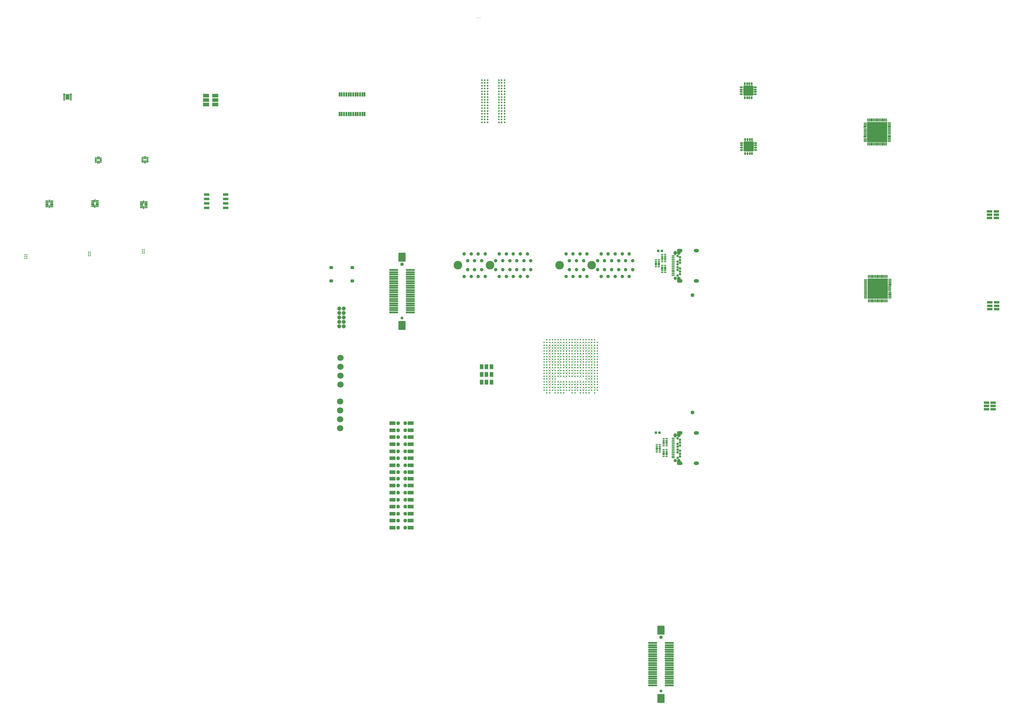
<source format=gts>
%FSLAX46Y46*%
%MOMM*%
%AMPS77*
4,1,4,
0.500000,0.550004,
0.500000,-0.549996,
0.000000,-0.549996,
0.000000,0.550004,
0.500000,0.550004,
0
*
1,1,1.100000,0.000000,0.000004*
1,1,1.100000,0.500000,0.000004*
4,1,4,
0.550000,-0.649996,
-0.550000,-0.649996,
-0.550000,0.000004,
0.550000,0.000004,
0.550000,-0.649996,
0
*
1,1,1.100000,0.000000,0.000004*
1,1,1.100000,0.000000,-0.649996*
%
%ADD77PS77*%
%AMPS49*
4,1,4,
0.500000,0.550004,
0.500000,-0.549996,
0.000000,-0.549996,
0.000000,0.550004,
0.500000,0.550004,
0
*
1,1,1.100000,0.000000,0.000004*
1,1,1.100000,0.500000,0.000004*
4,1,4,
0.550000,-0.649996,
-0.550000,-0.649996,
-0.550000,0.000004,
0.550000,0.000004,
0.550000,-0.649996,
0
*
1,1,1.100000,0.000000,0.000004*
1,1,1.100000,0.000000,-0.649996*
%
%ADD49PS49*%
%AMPS23*
1,1,0.350000,0.000000,0.000000*
%
%ADD23PS23*%
%AMPS82*
1,1,0.500000,0.000000,0.000000*
%
%ADD82PS82*%
%AMPS31*
1,1,0.450000,0.000000,0.000000*
%
%ADD31PS31*%
%AMPS91*
1,1,1.166800,0.000000,0.000000*
%
%ADD91PS91*%
%AMPS89*
1,1,1.166800,0.000000,0.000000*
%
%ADD89PS89*%
%AMPS80*
1,1,1.800000,0.000000,0.000000*
%
%ADD80PS80*%
%AMPS44*
1,1,0.700000,0.000000,0.000000*
%
%ADD44PS44*%
%AMPS48*
1,1,0.700000,0.000000,0.000000*
%
%ADD48PS48*%
%AMPS45*
1,1,0.700000,0.000000,0.000000*
%
%ADD45PS45*%
%AMPS79*
1,1,1.800000,0.000000,0.000000*
%
%ADD79PS79*%
%AMPS90*
1,1,1.166800,0.000000,0.000000*
%
%ADD90PS90*%
%AMPS65*
1,1,1.000000,0.000000,0.000000*
%
%ADD65PS65*%
%AMPS67*
1,1,1.000000,0.000000,0.000000*
%
%ADD67PS67*%
%AMPS69*
1,1,1.000000,0.000000,0.000000*
%
%ADD69PS69*%
%AMPS66*
1,1,1.000000,0.000000,0.000000*
%
%ADD66PS66*%
%AMPS76*
1,1,0.700000,0.000000,0.000000*
%
%ADD76PS76*%
%AMPS81*
1,1,1.800000,0.000000,0.000000*
%
%ADD81PS81*%
%AMPS63*
1,1,1.000000,0.000000,0.000000*
%
%ADD63PS63*%
%AMPS64*
1,1,1.000000,0.000000,0.000000*
%
%ADD64PS64*%
%AMPS93*
1,1,1.166800,0.000000,0.000000*
%
%ADD93PS93*%
%AMPS71*
1,1,1.000000,0.000000,0.000000*
%
%ADD71PS71*%
%AMPS72*
1,1,1.000000,0.000000,0.000000*
%
%ADD72PS72*%
%AMPS52*
1,1,0.700000,0.000000,0.000000*
%
%ADD52PS52*%
%AMPS94*
1,1,1.000000,0.000000,0.000000*
%
%ADD94PS94*%
%AMPS73*
1,1,1.000000,0.000000,0.000000*
%
%ADD73PS73*%
%AMPS68*
1,1,1.000000,0.000000,0.000000*
%
%ADD68PS68*%
%AMPS70*
1,1,1.000000,0.000000,0.000000*
%
%ADD70PS70*%
%AMPS46*
1,1,0.700000,0.000000,0.000000*
%
%ADD46PS46*%
%AMPS92*
1,1,1.166800,0.000000,0.000000*
%
%ADD92PS92*%
%AMPS61*
21,1,0.990000,1.750000,0.000000,0.000000,90.000000*
%
%ADD61PS61*%
%AMPS60*
21,1,0.990000,1.750000,0.000000,0.000000,270.000000*
%
%ADD60PS60*%
%AMPS86*
21,1,0.550000,1.150000,0.000000,0.000000,0.000000*
%
%ADD86PS86*%
%AMPS87*
21,1,0.550000,1.150000,0.000000,0.000000,180.000000*
%
%ADD87PS87*%
%AMPS88*
21,1,0.700000,0.600000,0.000000,0.000000,0.000000*
%
%ADD88PS88*%
%AMPS58*
21,1,0.700000,0.600000,0.000000,0.000000,180.000000*
%
%ADD58PS58*%
%AMPS10*
21,1,0.750000,1.550000,0.000000,0.000000,90.000000*
%
%ADD10PS10*%
%AMPS11*
21,1,0.750000,1.550000,0.000000,0.000000,270.000000*
%
%ADD11PS11*%
%AMPS13*
21,1,0.790000,0.420000,0.000000,0.000000,0.000000*
%
%ADD13PS13*%
%AMPS41*
21,1,0.790000,0.420000,0.000000,0.000000,180.000000*
%
%ADD41PS41*%
%AMPS55*
21,1,0.990000,1.700000,0.000000,0.000000,90.000000*
%
%ADD55PS55*%
%AMPS54*
21,1,0.990000,1.700000,0.000000,0.000000,270.000000*
%
%ADD54PS54*%
%AMPS57*
21,1,0.320000,0.800000,0.000000,0.000000,0.000000*
%
%ADD57PS57*%
%AMPS84*
21,1,0.700000,1.600000,0.000000,0.000000,90.000000*
%
%ADD84PS84*%
%AMPS83*
21,1,0.700000,1.600000,0.000000,0.000000,270.000000*
%
%ADD83PS83*%
%AMPS56*
21,1,0.320000,0.550000,0.000000,0.000000,270.000000*
%
%ADD56PS56*%
%AMPS25*
21,1,0.800000,0.320000,0.000000,0.000000,180.000000*
%
%ADD25PS25*%
%AMPS24*
21,1,0.800000,0.320000,0.000000,0.000000,270.000000*
%
%ADD24PS24*%
%AMPS14*
21,1,0.790000,0.320000,0.000000,0.000000,0.000000*
%
%ADD14PS14*%
%AMPS16*
21,1,0.790000,0.320000,0.000000,0.000000,90.000000*
%
%ADD16PS16*%
%AMPS17*
21,1,0.790000,0.320000,0.000000,0.000000,180.000000*
%
%ADD17PS17*%
%AMPS15*
21,1,0.790000,0.320000,0.000000,0.000000,270.000000*
%
%ADD15PS15*%
%AMPS42*
21,1,0.420000,0.800000,0.000000,0.000000,90.000000*
%
%ADD42PS42*%
%AMPS100*
1,1,0.300000,0.000000,0.000000*
%
%ADD100PS100*%
%AMPS98*
1,1,0.300000,0.000000,0.000000*
%
%ADD98PS98*%
%AMPS96*
1,1,0.300000,0.000000,0.000000*
%
%ADD96PS96*%
%AMPS95*
1,1,0.300000,0.000000,0.000000*
%
%ADD95PS95*%
%AMPS99*
1,1,0.300000,0.000000,0.000000*
%
%ADD99PS99*%
%AMPS97*
1,1,0.300000,0.000000,0.000000*
%
%ADD97PS97*%
%AMPS53*
21,1,0.500000,1.000000,0.000000,0.000000,180.000000*
1,1,1.000000,-0.250000,0.000000*
1,1,1.000000,0.250000,0.000000*
%
%ADD53PS53*%
%AMPS78*
21,1,0.500000,1.000000,0.000000,0.000000,180.000000*
1,1,1.000000,-0.250000,0.000000*
1,1,1.000000,0.250000,0.000000*
%
%ADD78PS78*%
%AMPS74*
21,1,0.500000,1.000000,0.000000,0.000000,180.000000*
1,1,1.000000,-0.250000,0.000000*
1,1,1.000000,0.250000,0.000000*
%
%ADD74PS74*%
%AMPS43*
21,1,0.500000,1.000000,0.000000,0.000000,180.000000*
1,1,1.000000,-0.250000,0.000000*
1,1,1.000000,0.250000,0.000000*
%
%ADD43PS43*%
%AMPS32*
21,1,1.300000,1.000000,0.000000,0.000000,270.000000*
%
%ADD32PS32*%
%AMPS28*
21,1,5.700000,5.700000,0.000000,0.000000,0.000000*
%
%ADD28PS28*%
%AMPS12*
1,1,1.116000,0.000000,0.000000*
%
%ADD12PS12*%
%AMPS38*
1,1,0.800000,0.000000,0.000000*
%
%ADD38PS38*%
%AMPS59*
1,1,1.100000,0.000000,0.000000*
%
%ADD59PS59*%
%AMPS40*
1,1,1.000000,0.000000,0.000000*
%
%ADD40PS40*%
%AMPS62*
1,1,2.450000,0.000000,0.000000*
%
%ADD62PS62*%
%AMPS50*
1,1,0.950000,0.000000,0.000000*
%
%ADD50PS50*%
%AMPS51*
21,1,0.300000,0.950000,0.000000,0.000000,90.000000*
1,1,0.950000,0.000000,0.150000*
1,1,0.950000,0.000000,-0.150000*
%
%ADD51PS51*%
%AMPS33*
1,1,0.200000,-0.200000,0.050000*
1,1,0.200000,0.200000,-0.050000*
1,1,0.200000,0.200000,0.050000*
1,1,0.200000,-0.200000,-0.050000*
21,1,0.600000,0.100000,0.000000,0.000000,0.000000*
21,1,0.400000,0.300000,0.000000,0.000000,0.000000*
%
%ADD33PS33*%
%AMPS34*
1,1,0.200000,0.200000,-0.050000*
1,1,0.200000,-0.200000,0.050000*
1,1,0.200000,-0.200000,-0.050000*
1,1,0.200000,0.200000,0.050000*
21,1,0.600000,0.100000,0.000000,0.000000,180.000000*
21,1,0.400000,0.300000,0.000000,0.000000,180.000000*
%
%ADD34PS34*%
%AMPS39*
1,1,0.300000,0.900000,1.150000*
1,1,0.300000,-0.900000,-1.150000*
1,1,0.300000,0.900000,-1.150000*
1,1,0.300000,-0.900000,1.150000*
21,1,2.600000,1.800000,0.000000,0.000000,270.000000*
21,1,2.300000,2.100000,0.000000,0.000000,270.000000*
%
%ADD39PS39*%
%AMPS22*
1,1,0.200000,-1.300000,1.300000*
1,1,0.200000,1.300000,-1.300000*
1,1,0.200000,1.300000,1.300000*
1,1,0.200000,-1.300000,-1.300000*
21,1,2.800000,2.600000,0.000000,0.000000,0.000000*
21,1,2.600000,2.800000,0.000000,0.000000,0.000000*
%
%ADD22PS22*%
%AMPS29*
1,1,0.200000,0.232500,-0.050000*
1,1,0.200000,-0.232500,0.050000*
1,1,0.200000,-0.232500,-0.050000*
1,1,0.200000,0.232500,0.050000*
21,1,0.665000,0.100000,0.000000,0.000000,180.000000*
21,1,0.465000,0.300000,0.000000,0.000000,180.000000*
%
%ADD29PS29*%
%AMPS35*
1,1,0.200000,0.400000,-0.700000*
1,1,0.200000,-0.400000,0.700000*
1,1,0.200000,-0.400000,-0.700000*
1,1,0.200000,0.400000,0.700000*
21,1,1.000000,1.400000,0.000000,0.000000,180.000000*
21,1,0.800000,1.600000,0.000000,0.000000,180.000000*
%
%ADD35PS35*%
%AMPS85*
1,1,0.300000,-0.400000,0.275000*
1,1,0.300000,0.400000,-0.275000*
1,1,0.300000,0.400000,0.275000*
1,1,0.300000,-0.400000,-0.275000*
21,1,1.100000,0.550000,0.000000,0.000000,0.000000*
21,1,0.800000,0.850000,0.000000,0.000000,0.000000*
%
%ADD85PS85*%
%AMPS30*
1,1,0.200000,0.232500,-0.150000*
1,1,0.200000,-0.232500,0.150000*
1,1,0.200000,-0.232500,-0.150000*
1,1,0.200000,0.232500,0.150000*
21,1,0.665000,0.300000,0.000000,0.000000,180.000000*
21,1,0.465000,0.500000,0.000000,0.000000,180.000000*
%
%ADD30PS30*%
%AMPS36*
1,1,0.300000,-1.150000,-0.075000*
1,1,0.300000,1.150000,0.075000*
1,1,0.300000,-1.150000,0.075000*
1,1,0.300000,1.150000,-0.075000*
21,1,0.450000,2.300000,0.000000,0.000000,90.000000*
21,1,0.150000,2.600000,0.000000,0.000000,90.000000*
%
%ADD36PS36*%
%AMPS37*
1,1,0.300000,1.150000,0.075000*
1,1,0.300000,-1.150000,-0.075000*
1,1,0.300000,1.150000,-0.075000*
1,1,0.300000,-1.150000,0.075000*
21,1,0.450000,2.300000,0.000000,0.000000,270.000000*
21,1,0.150000,2.600000,0.000000,0.000000,270.000000*
%
%ADD37PS37*%
%AMPS20*
1,1,0.450000,0.000000,0.225000*
1,1,0.450000,0.000000,-0.225000*
1,1,0.450000,0.000000,0.225000*
1,1,0.450000,0.000000,-0.225000*
21,1,0.450000,0.450000,0.000000,0.000000,0.000000*
21,1,0.000000,0.900000,0.000000,0.000000,0.000000*
%
%ADD20PS20*%
%AMPS18*
1,1,0.450000,-0.225000,0.000000*
1,1,0.450000,0.225000,0.000000*
1,1,0.450000,-0.225000,0.000000*
1,1,0.450000,0.225000,0.000000*
21,1,0.450000,0.450000,0.000000,0.000000,90.000000*
21,1,0.000000,0.900000,0.000000,0.000000,90.000000*
%
%ADD18PS18*%
%AMPS21*
1,1,0.450000,0.000000,-0.225000*
1,1,0.450000,0.000000,0.225000*
1,1,0.450000,0.000000,-0.225000*
1,1,0.450000,0.000000,0.225000*
21,1,0.450000,0.450000,0.000000,0.000000,180.000000*
21,1,0.000000,0.900000,0.000000,0.000000,180.000000*
%
%ADD21PS21*%
%AMPS19*
1,1,0.450000,0.225000,0.000000*
1,1,0.450000,-0.225000,0.000000*
1,1,0.450000,0.225000,0.000000*
1,1,0.450000,-0.225000,0.000000*
21,1,0.450000,0.450000,0.000000,0.000000,270.000000*
21,1,0.000000,0.900000,0.000000,0.000000,270.000000*
%
%ADD19PS19*%
%AMPS47*
4,1,4,
0.500000,0.550000,
0.500000,-0.550000,
0.000000,-0.550000,
0.000000,0.550000,
0.500000,0.550000,
0
*
1,1,1.100000,0.000000,0.000000*
1,1,1.100000,0.500000,0.000000*
4,1,4,
0.550000,0.000000,
-0.550000,0.000000,
-0.550000,0.650000,
0.550000,0.650000,
0.550000,0.000000,
0
*
1,1,1.100000,0.000000,0.650000*
1,1,1.100000,0.000000,0.000000*
%
%ADD47PS47*%
%AMPS75*
4,1,4,
0.500000,0.550000,
0.500000,-0.550000,
0.000000,-0.550000,
0.000000,0.550000,
0.500000,0.550000,
0
*
1,1,1.100000,0.000000,0.000000*
1,1,1.100000,0.500000,0.000000*
4,1,4,
0.550000,0.000000,
-0.550000,0.000000,
-0.550000,0.650000,
0.550000,0.650000,
0.550000,0.000000,
0
*
1,1,1.100000,0.000000,0.650000*
1,1,1.100000,0.000000,0.000000*
%
%ADD75PS75*%
%AMPS27*
4,1,4,
-0.050000,-0.040000,
-0.050000,0.260000,
0.750000,0.260000,
0.750000,-0.040000,
-0.050000,-0.040000,
0
*
4,1,4,
-0.050000,0.360000,
-0.050000,0.660000,
0.750000,0.660000,
0.750000,0.360000,
-0.050000,0.360000,
0
*
%
%ADD27PS27*%
%AMPS26*
4,1,4,
0.050000,-0.760000,
0.050000,-1.060000,
-0.750000,-1.060000,
-0.750000,-0.760000,
0.050000,-0.760000,
0
*
4,1,4,
0.050000,0.040000,
0.050000,-0.260000,
-0.750000,-0.260000,
-0.750000,0.040000,
0.050000,0.040000,
0
*
4,1,4,
0.050000,-0.360000,
0.050000,-0.660000,
-0.750000,-0.660000,
-0.750000,-0.360000,
0.050000,-0.360000,
0
*
%
%ADD26PS26*%
G01*
G01*
%LPD*%
G75*
D10*
X128140000Y-14840000D03*
D11*
X128140000Y-12940000D03*
D11*
X126240000Y-14840000D03*
D11*
X126240000Y-12940000D03*
D11*
X126240000Y-13890000D03*
D10*
X128140000Y-13890000D03*
D12*
X42532000Y-15741100D03*
D12*
X42532000Y17741100D03*
D13*
X-139955000Y42915000D03*
D14*
X-139955000Y43715000D03*
D15*
X-140610000Y42910000D03*
D16*
X-140610000Y44520000D03*
D17*
X-141265000Y43715000D03*
D17*
X-141265000Y44115000D03*
D17*
X-141265000Y44515000D03*
D17*
X-141265000Y42915000D03*
D14*
X-139955000Y43315000D03*
D17*
X-141265000Y43315000D03*
D14*
X-139955000Y44515000D03*
D14*
X-139955000Y44115000D03*
D18*
X56500000Y60425000D03*
D19*
X60500000Y59775000D03*
D18*
X56500000Y59775000D03*
D20*
X58825000Y62100000D03*
D20*
X57525000Y62100000D03*
D19*
X60500000Y61075000D03*
D18*
X56500000Y61075000D03*
D21*
X58175000Y58100000D03*
D20*
X58175000Y62100000D03*
D22*
X58500000Y60100000D03*
D19*
X60500000Y59125000D03*
D20*
X59475000Y62100000D03*
D18*
X56500000Y59125000D03*
D21*
X59475000Y58100000D03*
D21*
X58825000Y58100000D03*
D21*
X57525000Y58100000D03*
D19*
X60500000Y60425000D03*
D23*
X-129400000Y29500000D03*
D23*
X-129400000Y30000000D03*
D23*
X-128900000Y29000000D03*
D23*
X-128900000Y29500000D03*
D23*
X-129400000Y29000000D03*
D23*
X-128900000Y30000000D03*
D24*
X94500000Y60760000D03*
D24*
X93700000Y67640000D03*
D24*
X93700000Y60760000D03*
D25*
X98540000Y62800000D03*
D26*
X92010000Y62510000D03*
D24*
X95300000Y60760000D03*
D25*
X98540000Y65200000D03*
D24*
X95700000Y67640000D03*
D25*
X98540000Y66400000D03*
D24*
X97300000Y67640000D03*
D24*
X94100000Y67640000D03*
D24*
X95300000Y67640000D03*
D24*
X92900000Y67640000D03*
D24*
X92900000Y60760000D03*
D25*
X98540000Y63200000D03*
D27*
X98190000Y64290000D03*
D27*
X98190000Y63490000D03*
D24*
X94900000Y60760000D03*
D24*
X96100000Y67640000D03*
D24*
X95700000Y60760000D03*
D24*
X97700000Y60760000D03*
D24*
X92500000Y67640000D03*
D24*
X96500000Y60760000D03*
D25*
X98540000Y66800000D03*
D24*
X96900000Y67640000D03*
D24*
X96900000Y60760000D03*
D24*
X96500000Y67640000D03*
D25*
X98540000Y62000000D03*
D25*
X98540000Y66000000D03*
D24*
X94900000Y67640000D03*
D25*
X98540000Y65600000D03*
D26*
X92010000Y64110000D03*
D24*
X97700000Y67640000D03*
D24*
X94100000Y60760000D03*
D24*
X97300000Y60760000D03*
D25*
X98540000Y62400000D03*
D24*
X94500000Y67640000D03*
D24*
X92500000Y60760000D03*
D28*
X95100000Y64200000D03*
D24*
X93300000Y60760000D03*
D26*
X92010000Y65310000D03*
D25*
X98540000Y61600000D03*
D25*
X91660000Y65600000D03*
D26*
X92010000Y66910000D03*
D25*
X91660000Y62800000D03*
D24*
X93300000Y67640000D03*
D24*
X96100000Y60760000D03*
D29*
X34282500Y-28300000D03*
D29*
X35117500Y-26300000D03*
D29*
X35117500Y-27800000D03*
D30*
X34282500Y-27300000D03*
D29*
X34282500Y-26300000D03*
D29*
X35117500Y-26800000D03*
D29*
X34282500Y-26800000D03*
D29*
X35117500Y-28300000D03*
D30*
X35117500Y-27300000D03*
D29*
X34282500Y-27800000D03*
D31*
X240000Y-4590000D03*
D31*
X2640000Y1010000D03*
D31*
X14640000Y-7790000D03*
D31*
X11440000Y-8590000D03*
D31*
X1840000Y-6990000D03*
D31*
X13840000Y-2990000D03*
D31*
X9840000Y-2990000D03*
D31*
X11440000Y-2190000D03*
D31*
X9840000Y4210000D03*
D31*
X5840000Y-2190000D03*
D31*
X6640000Y-4590000D03*
D31*
X5040000Y-5390000D03*
D31*
X8240000Y-2990000D03*
D31*
X13840000Y1010000D03*
D31*
X5040000Y-6990000D03*
D31*
X4240000Y-2990000D03*
D31*
X5040000Y-7790000D03*
D31*
X15440000Y-7790000D03*
D31*
X4240000Y-2190000D03*
D31*
X12240000Y-10190000D03*
D31*
X240000Y-6990000D03*
D31*
X7440000Y-9390000D03*
D31*
X4240000Y2610000D03*
D31*
X240000Y-9390000D03*
D31*
X13840000Y-6990000D03*
D31*
X15440000Y3410000D03*
D31*
X10640000Y-6990000D03*
D31*
X240000Y1810000D03*
D31*
X14640000Y2610000D03*
D31*
X3440000Y-8590000D03*
D31*
X1840000Y-3790000D03*
D31*
X1040000Y1010000D03*
D31*
X14640000Y1810000D03*
D31*
X1040000Y4210000D03*
D31*
X8240000Y-590000D03*
D31*
X3440000Y1810000D03*
D31*
X3440000Y-6990000D03*
D31*
X9040000Y-7790000D03*
D31*
X4240000Y-7790000D03*
D31*
X7440000Y-4590000D03*
D31*
X14640000Y5010000D03*
D31*
X3440000Y-590000D03*
D31*
X14640000Y-590000D03*
D31*
X11440000Y-1390000D03*
D31*
X1040000Y-10190000D03*
D31*
X9840000Y1010000D03*
D31*
X10640000Y-10190000D03*
D31*
X2640000Y-4590000D03*
D31*
X1840000Y210000D03*
D31*
X9840000Y5010000D03*
D31*
X11440000Y1010000D03*
D31*
X5040000Y3410000D03*
D31*
X7440000Y-590000D03*
D31*
X13040000Y-2990000D03*
D31*
X4240000Y-6990000D03*
D31*
X2640000Y-9390000D03*
D31*
X15440000Y210000D03*
D31*
X10640000Y-9390000D03*
D31*
X15440000Y1810000D03*
D31*
X5040000Y-4590000D03*
D31*
X9840000Y-6990000D03*
D31*
X2640000Y5010000D03*
D31*
X5040000Y-8590000D03*
D31*
X11440000Y-7790000D03*
D31*
X6640000Y1810000D03*
D31*
X240000Y-3790000D03*
D31*
X11440000Y-2990000D03*
D31*
X6640000Y-9390000D03*
D31*
X9040000Y-2190000D03*
D31*
X6640000Y-6990000D03*
D31*
X1840000Y2610000D03*
D31*
X240000Y-590000D03*
D31*
X7440000Y-6990000D03*
D31*
X10640000Y-7790000D03*
D31*
X8240000Y1810000D03*
D31*
X9040000Y-4590000D03*
D31*
X5840000Y-1390000D03*
D31*
X5840000Y-6990000D03*
D31*
X14640000Y-1390000D03*
D31*
X11440000Y4210000D03*
D31*
X9040000Y-5390000D03*
D31*
X1840000Y-5390000D03*
D31*
X12240000Y-8590000D03*
D31*
X15440000Y-6990000D03*
D31*
X6640000Y-3790000D03*
D31*
X2640000Y-5390000D03*
D31*
X14640000Y-2990000D03*
D31*
X240000Y-2990000D03*
D31*
X5840000Y4210000D03*
D31*
X13040000Y210000D03*
D31*
X11440000Y-9390000D03*
D31*
X9040000Y-2990000D03*
D31*
X10640000Y5010000D03*
D31*
X8240000Y-2190000D03*
D31*
X11440000Y2610000D03*
D31*
X15440000Y-6190000D03*
D31*
X10640000Y210000D03*
D31*
X7440000Y-3790000D03*
D31*
X8240000Y-5390000D03*
D31*
X14640000Y1010000D03*
D31*
X9040000Y1810000D03*
D31*
X3440000Y-4590000D03*
D31*
X2640000Y3410000D03*
D31*
X7440000Y210000D03*
D31*
X12240000Y1010000D03*
D31*
X7440000Y-1390000D03*
D31*
X5040000Y1010000D03*
D31*
X1040000Y-1390000D03*
D31*
X3440000Y4210000D03*
D31*
X9840000Y210000D03*
D31*
X1040000Y5010000D03*
D31*
X240000Y-8590000D03*
D31*
X5840000Y1010000D03*
D31*
X4240000Y4210000D03*
D31*
X240000Y210000D03*
D31*
X13840000Y-7790000D03*
D31*
X8240000Y-4590000D03*
D31*
X13040000Y-3790000D03*
D31*
X14640000Y-9390000D03*
D31*
X9040000Y-3790000D03*
D31*
X9840000Y-2190000D03*
D31*
X2640000Y210000D03*
D31*
X14640000Y-6990000D03*
D31*
X6640000Y4210000D03*
D31*
X4240000Y-5390000D03*
D31*
X4240000Y-9390000D03*
D31*
X5040000Y1810000D03*
D31*
X1840000Y-2990000D03*
D31*
X240000Y-5390000D03*
D31*
X13840000Y-3790000D03*
D31*
X5040000Y-1390000D03*
D31*
X240000Y2610000D03*
D31*
X10640000Y2610000D03*
D31*
X6640000Y-590000D03*
D31*
X13040000Y-8590000D03*
D31*
X12240000Y3410000D03*
D31*
X8240000Y-1390000D03*
D31*
X15440000Y-590000D03*
D31*
X8240000Y3410000D03*
D31*
X4240000Y1810000D03*
D31*
X13040000Y1810000D03*
D31*
X13840000Y1810000D03*
D31*
X6640000Y1010000D03*
D31*
X13840000Y-590000D03*
D31*
X1840000Y4210000D03*
D31*
X3440000Y-2990000D03*
D31*
X15440000Y4210000D03*
D31*
X11440000Y-590000D03*
D31*
X13840000Y-8590000D03*
D31*
X1040000Y-4590000D03*
D31*
X5040000Y-2990000D03*
D31*
X240000Y4210000D03*
D31*
X8240000Y1010000D03*
D31*
X7440000Y-2990000D03*
D31*
X13840000Y3410000D03*
D31*
X1040000Y-590000D03*
D31*
X12240000Y4210000D03*
D31*
X9840000Y-4590000D03*
D31*
X6640000Y210000D03*
D31*
X13840000Y-5390000D03*
D31*
X8240000Y-10190000D03*
D31*
X11440000Y-10190000D03*
D31*
X4240000Y5010000D03*
D31*
X14640000Y4210000D03*
D31*
X5840000Y1810000D03*
D31*
X6640000Y-2990000D03*
D31*
X1040000Y-6990000D03*
D31*
X240000Y-1390000D03*
D31*
X2640000Y-2990000D03*
D31*
X7440000Y5010000D03*
D31*
X5840000Y210000D03*
D31*
X1840000Y-8590000D03*
D31*
X7440000Y3410000D03*
D31*
X3440000Y5010000D03*
D31*
X5840000Y-2990000D03*
D31*
X14640000Y210000D03*
D31*
X8240000Y4210000D03*
D31*
X14640000Y-3790000D03*
D31*
X1840000Y-1390000D03*
D31*
X240000Y-6190000D03*
D31*
X6640000Y5010000D03*
D31*
X10640000Y-1390000D03*
D31*
X5840000Y2610000D03*
D31*
X10640000Y1810000D03*
D31*
X14640000Y-10190000D03*
D31*
X14640000Y3410000D03*
D31*
X240000Y-7790000D03*
D31*
X4240000Y-10190000D03*
D31*
X1040000Y-7790000D03*
D31*
X9040000Y-1390000D03*
D31*
X6640000Y2610000D03*
D31*
X9040000Y-6990000D03*
D31*
X12240000Y-3790000D03*
D31*
X9840000Y3410000D03*
D31*
X12240000Y-5390000D03*
D31*
X9040000Y3410000D03*
D31*
X12240000Y-7790000D03*
D31*
X13840000Y2610000D03*
D31*
X9840000Y-5390000D03*
D31*
X12240000Y-590000D03*
D31*
X9040000Y5010000D03*
D31*
X9040000Y-9390000D03*
D31*
X5040000Y5010000D03*
D31*
X3440000Y-7790000D03*
D31*
X10640000Y-2190000D03*
D31*
X3440000Y-9390000D03*
D31*
X1040000Y-2990000D03*
D31*
X2640000Y1810000D03*
D31*
X13040000Y-6990000D03*
D31*
X12240000Y1810000D03*
D31*
X15440000Y-5390000D03*
D31*
X1840000Y1010000D03*
D31*
X13040000Y-7790000D03*
D31*
X12240000Y-6190000D03*
D31*
X5040000Y210000D03*
D31*
X1840000Y3410000D03*
D31*
X2640000Y-590000D03*
D31*
X1040000Y-9390000D03*
D31*
X9840000Y-1390000D03*
D31*
X2640000Y-3790000D03*
D31*
X9040000Y4210000D03*
D31*
X5840000Y-8590000D03*
D31*
X13040000Y-9390000D03*
D31*
X6640000Y-7790000D03*
D31*
X10640000Y3410000D03*
D31*
X15440000Y-3790000D03*
D31*
X6640000Y-2190000D03*
D31*
X7440000Y-2190000D03*
D31*
X8240000Y2610000D03*
D31*
X5040000Y4210000D03*
D31*
X4240000Y-4590000D03*
D31*
X1840000Y1810000D03*
D31*
X9840000Y-590000D03*
D31*
X5040000Y-3790000D03*
D31*
X13040000Y-4590000D03*
D31*
X1040000Y1810000D03*
D31*
X13040000Y5010000D03*
D31*
X10640000Y1010000D03*
D31*
X13040000Y-590000D03*
D31*
X5840000Y-590000D03*
D31*
X10640000Y4210000D03*
D31*
X3440000Y210000D03*
D31*
X5840000Y5010000D03*
D31*
X13040000Y-10190000D03*
D31*
X1840000Y-7790000D03*
D31*
X10640000Y-590000D03*
D31*
X9840000Y-9390000D03*
D31*
X1040000Y3410000D03*
D31*
X1840000Y-4590000D03*
D31*
X2640000Y-6190000D03*
D31*
X13040000Y1010000D03*
D31*
X10640000Y-2990000D03*
D31*
X13840000Y-6190000D03*
D31*
X7440000Y1010000D03*
D31*
X1040000Y-6190000D03*
D31*
X5840000Y-5390000D03*
D31*
X13840000Y-9390000D03*
D31*
X8240000Y-7790000D03*
D31*
X15440000Y-1390000D03*
D31*
X13040000Y2610000D03*
D31*
X14640000Y-5390000D03*
D31*
X2640000Y-7790000D03*
D31*
X11440000Y210000D03*
D31*
X11440000Y-6990000D03*
D31*
X3440000Y-10190000D03*
D31*
X3440000Y-1390000D03*
D31*
X8240000Y-9390000D03*
D31*
X13040000Y-1390000D03*
D31*
X11440000Y1810000D03*
D31*
X13040000Y-2190000D03*
D31*
X4240000Y210000D03*
D31*
X14640000Y-6190000D03*
D31*
X2640000Y2610000D03*
D31*
X9040000Y1010000D03*
D31*
X1840000Y-590000D03*
D31*
X1840000Y5010000D03*
D31*
X7440000Y4210000D03*
D31*
X6640000Y-5390000D03*
D31*
X12240000Y-2190000D03*
D31*
X6640000Y-1390000D03*
D31*
X13040000Y4210000D03*
D31*
X5040000Y-10190000D03*
D31*
X9040000Y210000D03*
D31*
X7440000Y-8590000D03*
D31*
X2640000Y-1390000D03*
D31*
X1040000Y210000D03*
D31*
X11440000Y-5390000D03*
D31*
X4240000Y-590000D03*
D31*
X6640000Y3410000D03*
D31*
X3440000Y-5390000D03*
D31*
X5040000Y-590000D03*
D31*
X9040000Y-10190000D03*
D31*
X5840000Y-7790000D03*
D31*
X3440000Y-6190000D03*
D31*
X9840000Y1810000D03*
D31*
X1040000Y-2190000D03*
D31*
X15440000Y-2990000D03*
D31*
X1040000Y2610000D03*
D31*
X240000Y-2190000D03*
D31*
X15440000Y-8590000D03*
D31*
X1040000Y-5390000D03*
D31*
X1840000Y-2190000D03*
D31*
X3440000Y-3790000D03*
D31*
X15440000Y2610000D03*
D31*
X4240000Y-3790000D03*
D31*
X7440000Y1810000D03*
D31*
X12240000Y-9390000D03*
D31*
X13840000Y-4590000D03*
D31*
X9840000Y2610000D03*
D31*
X12240000Y5010000D03*
D31*
X4240000Y-8590000D03*
D31*
X1040000Y-8590000D03*
D31*
X12240000Y-2990000D03*
D31*
X15440000Y1010000D03*
D31*
X12240000Y2610000D03*
D31*
X8240000Y210000D03*
D31*
X7440000Y-7790000D03*
D31*
X3440000Y-2190000D03*
D31*
X11440000Y-3790000D03*
D31*
X12240000Y-6990000D03*
D31*
X5840000Y-10190000D03*
D31*
X13840000Y4210000D03*
D31*
X14640000Y-4590000D03*
D31*
X15440000Y-4590000D03*
D31*
X240000Y3410000D03*
D31*
X10640000Y-4590000D03*
D31*
X14640000Y-2190000D03*
D31*
X11440000Y5010000D03*
D31*
X4240000Y-1390000D03*
D31*
X9040000Y-8590000D03*
D31*
X1840000Y-6190000D03*
D31*
X5040000Y2610000D03*
D31*
X9840000Y-7790000D03*
D31*
X5840000Y-3790000D03*
D31*
X9840000Y-3790000D03*
D31*
X7440000Y2610000D03*
D31*
X13040000Y-6190000D03*
D31*
X2640000Y-6990000D03*
D31*
X2640000Y4210000D03*
D31*
X10640000Y-8590000D03*
D31*
X8240000Y-6990000D03*
D31*
X5040000Y-9390000D03*
D31*
X1840000Y-9390000D03*
D31*
X240000Y1010000D03*
D31*
X5840000Y-9390000D03*
D31*
X8240000Y5010000D03*
D31*
X5840000Y-4590000D03*
D31*
X6640000Y-8590000D03*
D31*
X12240000Y-4590000D03*
D31*
X4240000Y1010000D03*
D31*
X4240000Y3410000D03*
D31*
X12240000Y210000D03*
D31*
X13840000Y5010000D03*
D31*
X9040000Y-590000D03*
D31*
X1040000Y-3790000D03*
D31*
X13840000Y210000D03*
D31*
X3440000Y2610000D03*
D31*
X12240000Y-1390000D03*
D31*
X9840000Y-8590000D03*
D31*
X8240000Y-3790000D03*
D31*
X15440000Y-2190000D03*
D31*
X13840000Y-2190000D03*
D31*
X11440000Y3410000D03*
D31*
X5840000Y3410000D03*
D31*
X10640000Y-5390000D03*
D31*
X5040000Y-2190000D03*
D31*
X2640000Y-8590000D03*
D31*
X2640000Y-2190000D03*
D31*
X11440000Y-4590000D03*
D31*
X13040000Y3410000D03*
D31*
X8240000Y-8590000D03*
D31*
X7440000Y-5390000D03*
D31*
X13040000Y-5390000D03*
D31*
X1840000Y-10190000D03*
D31*
X10640000Y-3790000D03*
D31*
X14640000Y-8590000D03*
D31*
X3440000Y3410000D03*
D31*
X15440000Y-9390000D03*
D31*
X13840000Y-1390000D03*
D31*
X9040000Y2610000D03*
D31*
X3440000Y1010000D03*
D32*
X-14750000Y-2675000D03*
D32*
X-14750000Y-7075000D03*
D32*
X-14750000Y-4875000D03*
D10*
X129100000Y13740000D03*
D11*
X129100000Y15640000D03*
D11*
X127200000Y13740000D03*
D11*
X127200000Y15640000D03*
D11*
X127200000Y14690000D03*
D10*
X129100000Y14690000D03*
D33*
X-136390000Y74650000D03*
D34*
X-134490000Y73850000D03*
D33*
X-136390000Y75050000D03*
D35*
X-135440000Y74250000D03*
D34*
X-134490000Y73450000D03*
D34*
X-134490000Y74250000D03*
D33*
X-136390000Y73850000D03*
D33*
X-136390000Y74250000D03*
D34*
X-134490000Y74650000D03*
D34*
X-134490000Y75050000D03*
D33*
X-136390000Y73450000D03*
D18*
X56400000Y76325000D03*
D19*
X60400000Y75675000D03*
D18*
X56400000Y75675000D03*
D20*
X58725000Y78000000D03*
D20*
X57425000Y78000000D03*
D19*
X60400000Y76975000D03*
D18*
X56400000Y76975000D03*
D21*
X58075000Y74000000D03*
D20*
X58075000Y78000000D03*
D22*
X58400000Y76000000D03*
D19*
X60400000Y75025000D03*
D20*
X59375000Y78000000D03*
D18*
X56400000Y75025000D03*
D21*
X59375000Y74000000D03*
D21*
X58725000Y74000000D03*
D21*
X57425000Y74000000D03*
D19*
X60400000Y76325000D03*
D36*
X35889997Y-86547513D03*
D37*
X31189997Y-81467513D03*
D38*
X33540000Y-95185000D03*
D37*
X31189997Y-92262513D03*
D36*
X35889997Y-83372513D03*
D37*
X31189997Y-90992513D03*
D39*
X33540000Y-77765000D03*
D37*
X31189997Y-89087513D03*
D36*
X35889997Y-92262513D03*
D36*
X35889997Y-87817513D03*
D37*
X31189997Y-84007513D03*
D37*
X31189997Y-85277513D03*
D37*
X31189997Y-87182513D03*
D37*
X31189997Y-93532513D03*
D40*
X33540000Y-79815000D03*
D36*
X35889997Y-81467513D03*
D37*
X31189997Y-84642513D03*
D37*
X31189997Y-90357513D03*
D37*
X31189997Y-89722513D03*
D37*
X31189997Y-92897513D03*
D36*
X35889997Y-82102513D03*
D36*
X35889997Y-90992513D03*
D36*
X35889997Y-90357513D03*
D36*
X35889997Y-93532513D03*
D36*
X35889997Y-91627513D03*
D36*
X35889997Y-89722513D03*
D36*
X35889997Y-88452513D03*
D37*
X31189997Y-82102513D03*
D37*
X31189997Y-87817513D03*
D36*
X35889997Y-85277513D03*
D37*
X31189997Y-88452513D03*
D36*
X35889997Y-84007513D03*
D37*
X31189997Y-85912513D03*
D36*
X35889997Y-92897513D03*
D37*
X31189997Y-91627513D03*
D39*
X33540000Y-97235000D03*
D36*
X35889997Y-85912513D03*
D36*
X35889997Y-84642513D03*
D36*
X35889997Y-87182513D03*
D37*
X31189997Y-83372513D03*
D36*
X35889997Y-89087513D03*
D37*
X31189997Y-82737513D03*
D37*
X31189997Y-86547513D03*
D36*
X35889997Y-82737513D03*
D41*
X-114400000Y44300000D03*
D17*
X-114400000Y43500000D03*
D16*
X-113745000Y44305000D03*
D15*
X-113745000Y42695000D03*
D14*
X-113090000Y43500000D03*
D14*
X-113090000Y43100000D03*
D14*
X-113090000Y42700000D03*
D14*
X-113090000Y44300000D03*
D17*
X-114400000Y43900000D03*
D14*
X-113090000Y43900000D03*
D17*
X-114400000Y42700000D03*
D17*
X-114400000Y43100000D03*
D23*
X-114110000Y30260000D03*
D23*
X-114110000Y30760000D03*
D23*
X-113610000Y29760000D03*
D23*
X-113610000Y30260000D03*
D23*
X-114110000Y29760000D03*
D23*
X-113610000Y30760000D03*
D42*
X36990000Y-26650002D03*
D43*
X43650000Y-21570000D03*
D42*
X36990000Y-24650002D03*
D44*
X38300000Y-26300000D03*
D45*
X39000000Y-26700000D03*
D46*
X39000000Y-28300000D03*
D47*
X38650000Y-30230000D03*
D42*
X36990000Y-27150002D03*
D48*
X39000000Y-25100000D03*
D48*
X38300000Y-25500000D03*
D49*
X38650000Y-21570000D03*
D42*
X36990000Y-25150002D03*
D42*
X36990000Y-23150002D03*
D50*
X37650000Y-29500000D03*
D46*
X38300000Y-27100000D03*
D51*
X37650000Y-22300000D03*
D48*
X39000000Y-23500000D03*
D44*
X38300000Y-24700000D03*
D48*
X39000000Y-27500000D03*
D42*
X36990000Y-28150002D03*
D46*
X39000000Y-24300000D03*
D42*
X36990000Y-28650002D03*
D52*
X38300000Y-23100000D03*
D42*
X36990000Y-27650002D03*
D42*
X36990000Y-24150002D03*
D42*
X36990000Y-26150002D03*
D42*
X36990000Y-23650002D03*
D42*
X36990000Y-25650002D03*
D44*
X38300000Y-28700000D03*
D53*
X43650000Y-30230000D03*
D29*
X33882500Y27300000D03*
D29*
X34717500Y29300000D03*
D29*
X34717500Y27800000D03*
D30*
X33882500Y28300000D03*
D29*
X33882500Y29300000D03*
D29*
X34717500Y28800000D03*
D29*
X33882500Y28800000D03*
D29*
X34717500Y27300000D03*
D30*
X34717500Y28300000D03*
D29*
X33882500Y27800000D03*
D54*
X-96000000Y73300000D03*
D55*
X-93400000Y72030000D03*
D55*
X-93400000Y73300000D03*
D54*
X-96000000Y74570000D03*
D54*
X-96000000Y72030000D03*
D55*
X-93400000Y74570000D03*
D32*
X-16150000Y-2675000D03*
D32*
X-16150000Y-7075000D03*
D32*
X-16150000Y-4875000D03*
D56*
X-112695000Y56090000D03*
D56*
X-114145000Y55690000D03*
D56*
X-112695000Y56490000D03*
D56*
X-112695000Y56890000D03*
D57*
X-113620000Y56890000D03*
D56*
X-114145000Y56490000D03*
D56*
X-114145000Y56090000D03*
D56*
X-114145000Y56890000D03*
D57*
X-113220000Y56890000D03*
D57*
X-113220000Y55690000D03*
D57*
X-113620000Y55690000D03*
D56*
X-112695000Y55690000D03*
D58*
X32100000Y-21500000D03*
D58*
X33100000Y-21500000D03*
D59*
X-41300000Y-40600000D03*
D60*
X-42874995Y-36599999D03*
D61*
X-37724995Y-46599999D03*
D59*
X-39300000Y-38600000D03*
D61*
X-37724995Y-38599999D03*
D59*
X-39300000Y-40600000D03*
D61*
X-37724995Y-40599999D03*
D59*
X-41300000Y-38600000D03*
D60*
X-42874995Y-44599999D03*
D59*
X-39300000Y-44600000D03*
D59*
X-41300000Y-36600000D03*
D59*
X-39300000Y-36600000D03*
D59*
X-39300000Y-34600000D03*
D59*
X-39300000Y-48600000D03*
D61*
X-37724995Y-42599999D03*
D60*
X-42874995Y-46599999D03*
D59*
X-41300000Y-46600000D03*
D59*
X-41300000Y-34600000D03*
D59*
X-39300000Y-42600000D03*
D59*
X-41300000Y-48600000D03*
D61*
X-37724995Y-34599999D03*
D61*
X-37724995Y-48599999D03*
D61*
X-37724995Y-36599999D03*
D59*
X-41300000Y-42600000D03*
D60*
X-42874995Y-38599999D03*
D60*
X-42874995Y-34599999D03*
D60*
X-42874995Y-40599999D03*
D59*
X-39300000Y-46600000D03*
D59*
X-41300000Y-44600000D03*
D60*
X-42874995Y-48599999D03*
D61*
X-37724995Y-44599999D03*
D60*
X-42874995Y-42599999D03*
D24*
X94660000Y16120000D03*
D24*
X93860000Y23000000D03*
D24*
X93860000Y16120000D03*
D25*
X98700000Y18160000D03*
D26*
X92170000Y17870000D03*
D24*
X95460000Y16120000D03*
D25*
X98700000Y20560000D03*
D24*
X95860000Y23000000D03*
D25*
X98700000Y21760000D03*
D24*
X97460000Y23000000D03*
D24*
X94260000Y23000000D03*
D24*
X95460000Y23000000D03*
D24*
X93060000Y23000000D03*
D24*
X93060000Y16120000D03*
D25*
X98700000Y18560000D03*
D27*
X98350000Y19650000D03*
D27*
X98350000Y18850000D03*
D24*
X95060000Y16120000D03*
D24*
X96260000Y23000000D03*
D24*
X95860000Y16120000D03*
D24*
X97860000Y16120000D03*
D24*
X92660000Y23000000D03*
D24*
X96660000Y16120000D03*
D25*
X98700000Y22160000D03*
D24*
X97060000Y23000000D03*
D24*
X97060000Y16120000D03*
D24*
X96660000Y23000000D03*
D25*
X98700000Y17360000D03*
D25*
X98700000Y21360000D03*
D24*
X95060000Y23000000D03*
D25*
X98700000Y20960000D03*
D26*
X92170000Y19470000D03*
D24*
X97860000Y23000000D03*
D24*
X94260000Y16120000D03*
D24*
X97460000Y16120000D03*
D25*
X98700000Y17760000D03*
D24*
X94660000Y23000000D03*
D24*
X92660000Y16120000D03*
D28*
X95260000Y19560000D03*
D24*
X93460000Y16120000D03*
D26*
X92170000Y20670000D03*
D25*
X98700000Y16960000D03*
D25*
X91820000Y20960000D03*
D26*
X92170000Y22270000D03*
D25*
X91820000Y18160000D03*
D24*
X93460000Y23000000D03*
D24*
X96260000Y16120000D03*
D62*
X-24300000Y26250000D03*
D63*
X-9500000Y27500000D03*
D64*
X-5500000Y25000000D03*
D62*
X-15150000Y26250000D03*
D65*
X-16500000Y29500000D03*
D66*
X-10500000Y23000000D03*
D64*
X-22500000Y23000000D03*
D66*
X-18500000Y23000000D03*
D67*
X-19500000Y25000000D03*
D66*
X-17500000Y25000000D03*
D66*
X-6500000Y23000000D03*
D64*
X-7500000Y25000000D03*
D68*
X-20500000Y29500000D03*
D69*
X-3500000Y27500000D03*
D63*
X-7500000Y27500000D03*
D70*
X-13500000Y25000000D03*
D70*
X-3500000Y25000000D03*
D71*
X-4500000Y29500000D03*
D68*
X-18500000Y29500000D03*
D64*
X-16500000Y23000000D03*
D68*
X-6500000Y29500000D03*
D71*
X-10500000Y29500000D03*
D63*
X-22500000Y29500000D03*
D63*
X-13500000Y27500000D03*
D64*
X-20500000Y23000000D03*
D63*
X-12500000Y29500000D03*
D65*
X-11500000Y27500000D03*
D63*
X-17500000Y27500000D03*
D63*
X-19500000Y27500000D03*
D72*
X-21500000Y25000000D03*
D69*
X-21500000Y27500000D03*
D63*
X-5500000Y27500000D03*
D73*
X-12500000Y23000000D03*
D70*
X-4500000Y23000000D03*
D69*
X-8500000Y29500000D03*
D72*
X-8500000Y23000000D03*
D64*
X-11500000Y25000000D03*
D70*
X-9500000Y25000000D03*
D42*
X36990000Y25349998D03*
D74*
X43650000Y30430000D03*
D42*
X36990000Y27349998D03*
D45*
X38300000Y25700000D03*
D52*
X39000000Y25300000D03*
D45*
X39000000Y23700000D03*
D75*
X38650000Y21770000D03*
D42*
X36990000Y24849998D03*
D44*
X39000000Y26900000D03*
D76*
X38300000Y26500000D03*
D77*
X38650000Y30430000D03*
D42*
X36990000Y26849998D03*
D42*
X36990000Y28849998D03*
D50*
X37650000Y22500000D03*
D45*
X38300000Y24900000D03*
D51*
X37650000Y29700000D03*
D46*
X39000000Y28500000D03*
D48*
X38300000Y27300000D03*
D76*
X39000000Y24500000D03*
D42*
X36990000Y23849998D03*
D44*
X39000000Y27700000D03*
D42*
X36990000Y23349998D03*
D44*
X38300000Y28900000D03*
D42*
X36990000Y24349998D03*
D42*
X36990000Y27849998D03*
D42*
X36990000Y25849998D03*
D42*
X36990000Y28349998D03*
D42*
X36990000Y26349998D03*
D48*
X38300000Y23300000D03*
D78*
X43650000Y21770000D03*
D79*
X-57750000Y-7810000D03*
D80*
X-57750000Y-190000D03*
D81*
X-57750000Y-2730000D03*
D79*
X-57750000Y-5270000D03*
D82*
X-12620000Y75010000D03*
D82*
X-11820000Y68610000D03*
D82*
X-11020000Y78210000D03*
D82*
X-11020000Y70210000D03*
D82*
X-15820000Y79010000D03*
D82*
X-11020000Y69410000D03*
D82*
X-16620000Y67010000D03*
D82*
X-11020000Y67010000D03*
D82*
X-17420000Y71010000D03*
D82*
X-15820000Y67010000D03*
D82*
X-16620000Y73410000D03*
D82*
X-11820000Y75010000D03*
D82*
X-11020000Y73410000D03*
D82*
X-11820000Y78210000D03*
D82*
X-12620000Y69410000D03*
D82*
X-16620000Y79010000D03*
D82*
X-12620000Y75810000D03*
D82*
X-17420000Y70210000D03*
D82*
X-12620000Y72610000D03*
D82*
X-12620000Y74210000D03*
D82*
X-12620000Y73410000D03*
D82*
X-15820000Y71810000D03*
D82*
X-16620000Y76610000D03*
D82*
X-15820000Y75010000D03*
D82*
X-16620000Y74210000D03*
D82*
X-16620000Y75810000D03*
D82*
X-16620000Y67810000D03*
D82*
X-11020000Y68610000D03*
D82*
X-12620000Y70210000D03*
D82*
X-11020000Y67810000D03*
D82*
X-11820000Y71810000D03*
D82*
X-15820000Y76610000D03*
D82*
X-16620000Y71010000D03*
D82*
X-11020000Y71810000D03*
D82*
X-11020000Y75810000D03*
D82*
X-11820000Y75810000D03*
D82*
X-15820000Y75810000D03*
D82*
X-11820000Y76610000D03*
D82*
X-11820000Y67010000D03*
D82*
X-16620000Y78210000D03*
D82*
X-12620000Y77410000D03*
D82*
X-11820000Y69410000D03*
D82*
X-11820000Y71010000D03*
D82*
X-11020000Y75010000D03*
D82*
X-16620000Y68610000D03*
D82*
X-17420000Y67010000D03*
D82*
X-12620000Y76610000D03*
D82*
X-17420000Y78210000D03*
D82*
X-11820000Y67810000D03*
D82*
X-12620000Y78210000D03*
D82*
X-17420000Y67810000D03*
D82*
X-11020000Y77410000D03*
D82*
X-12620000Y79010000D03*
D82*
X-11020000Y76610000D03*
D82*
X-11820000Y72610000D03*
D82*
X-11820000Y74210000D03*
D82*
X-11020000Y71010000D03*
D82*
X-17420000Y69410000D03*
D82*
X-15820000Y72610000D03*
D82*
X-15820000Y71010000D03*
D82*
X-11820000Y70210000D03*
D82*
X-16620000Y75010000D03*
D82*
X-15820000Y77410000D03*
D82*
X-16620000Y69410000D03*
D82*
X-16620000Y77410000D03*
D82*
X-15820000Y69410000D03*
D82*
X-11020000Y79010000D03*
D82*
X-11820000Y73410000D03*
D82*
X-15820000Y74210000D03*
D82*
X-17420000Y73410000D03*
D82*
X-17420000Y77410000D03*
D82*
X-12620000Y67810000D03*
D82*
X-12620000Y68610000D03*
D82*
X-15820000Y67810000D03*
D82*
X-15820000Y78210000D03*
D82*
X-17420000Y75010000D03*
D82*
X-17420000Y71810000D03*
D82*
X-11820000Y77410000D03*
D82*
X-17420000Y68610000D03*
D82*
X-11020000Y74210000D03*
D82*
X-15820000Y68610000D03*
D82*
X-17420000Y75810000D03*
D82*
X-17420000Y74210000D03*
D82*
X-11820000Y79010000D03*
D82*
X-12620000Y71010000D03*
D82*
X-12620000Y71810000D03*
D82*
X-17420000Y76610000D03*
D82*
X-16620000Y70210000D03*
D82*
X-17420000Y79010000D03*
D82*
X-16620000Y71810000D03*
D82*
X-15820000Y70210000D03*
D82*
X-15820000Y73410000D03*
D82*
X-17420000Y72610000D03*
D82*
X-12620000Y67010000D03*
D82*
X-11020000Y72610000D03*
D82*
X-16620000Y72610000D03*
D79*
X-57840000Y-20260000D03*
D79*
X-57840000Y-12640000D03*
D79*
X-57840000Y-15180000D03*
D80*
X-57840000Y-17720000D03*
D83*
X-95820000Y45175000D03*
D83*
X-95820000Y42635000D03*
D84*
X-90420000Y45175000D03*
D83*
X-95820000Y46445000D03*
D83*
X-95820000Y43905000D03*
D84*
X-90420000Y42635000D03*
D84*
X-90420000Y43905000D03*
D84*
X-90420000Y46445000D03*
D85*
X-60320000Y21805000D03*
D85*
X-54320000Y25555000D03*
D85*
X-54320000Y21805000D03*
D85*
X-60320000Y25555000D03*
D86*
X-57345000Y69355000D03*
D86*
X-57995000Y69355000D03*
D87*
X-55395000Y74905000D03*
D86*
X-53445000Y69355000D03*
D87*
X-56695000Y74905000D03*
D86*
X-55395000Y69355000D03*
D87*
X-50845000Y74905000D03*
D86*
X-54095000Y69355000D03*
D87*
X-51495000Y74905000D03*
D87*
X-57995000Y74905000D03*
D86*
X-56695000Y69355000D03*
D87*
X-57345000Y74905000D03*
D87*
X-53445000Y74905000D03*
D86*
X-54745000Y69355000D03*
D87*
X-52795000Y74905000D03*
D86*
X-52795000Y69355000D03*
D87*
X-52145000Y74905000D03*
D87*
X-54745000Y74905000D03*
D86*
X-51495000Y69355000D03*
D86*
X-52145000Y69355000D03*
D86*
X-56045000Y69355000D03*
D86*
X-50845000Y69355000D03*
D87*
X-54095000Y74905000D03*
D87*
X-56045000Y74905000D03*
D29*
X34282500Y-25200000D03*
D29*
X35117500Y-23200000D03*
D29*
X35117500Y-24700000D03*
D30*
X34282500Y-24200000D03*
D29*
X34282500Y-23200000D03*
D29*
X35117500Y-23700000D03*
D29*
X34282500Y-23700000D03*
D29*
X35117500Y-25200000D03*
D30*
X35117500Y-24200000D03*
D29*
X34282500Y-24700000D03*
D88*
X33800000Y30300000D03*
D88*
X32800000Y30300000D03*
D29*
X33882500Y24200000D03*
D29*
X34717500Y26200000D03*
D29*
X34717500Y24700000D03*
D30*
X33882500Y25200000D03*
D29*
X33882500Y26200000D03*
D29*
X34717500Y25700000D03*
D29*
X33882500Y25700000D03*
D29*
X34717500Y24200000D03*
D30*
X34717500Y25200000D03*
D29*
X33882500Y24700000D03*
D29*
X32082500Y25800000D03*
D29*
X32917500Y27800000D03*
D29*
X32917500Y26300000D03*
D30*
X32082500Y26800000D03*
D29*
X32082500Y27800000D03*
D29*
X32917500Y27300000D03*
D29*
X32082500Y27300000D03*
D29*
X32917500Y25800000D03*
D30*
X32917500Y26800000D03*
D29*
X32082500Y26300000D03*
D36*
X-37870003Y19792487D03*
D37*
X-42570003Y24872487D03*
D38*
X-40220000Y11155000D03*
D37*
X-42570003Y14077487D03*
D36*
X-37870003Y22967487D03*
D37*
X-42570003Y15347487D03*
D39*
X-40220000Y28575000D03*
D37*
X-42570003Y17252487D03*
D36*
X-37870003Y14077487D03*
D36*
X-37870003Y18522487D03*
D37*
X-42570003Y22332487D03*
D37*
X-42570003Y21062487D03*
D37*
X-42570003Y19157487D03*
D37*
X-42570003Y12807487D03*
D40*
X-40220000Y26525000D03*
D36*
X-37870003Y24872487D03*
D37*
X-42570003Y21697487D03*
D37*
X-42570003Y15982487D03*
D37*
X-42570003Y16617487D03*
D37*
X-42570003Y13442487D03*
D36*
X-37870003Y24237487D03*
D36*
X-37870003Y15347487D03*
D36*
X-37870003Y15982487D03*
D36*
X-37870003Y12807487D03*
D36*
X-37870003Y14712487D03*
D36*
X-37870003Y16617487D03*
D36*
X-37870003Y17887487D03*
D37*
X-42570003Y24237487D03*
D37*
X-42570003Y18522487D03*
D36*
X-37870003Y21062487D03*
D37*
X-42570003Y17887487D03*
D36*
X-37870003Y22332487D03*
D37*
X-42570003Y20427487D03*
D36*
X-37870003Y13442487D03*
D37*
X-42570003Y14712487D03*
D39*
X-40220000Y9105000D03*
D36*
X-37870003Y20427487D03*
D36*
X-37870003Y21697487D03*
D36*
X-37870003Y19157487D03*
D37*
X-42570003Y22967487D03*
D36*
X-37870003Y17252487D03*
D37*
X-42570003Y23602487D03*
D37*
X-42570003Y19792487D03*
D36*
X-37870003Y23602487D03*
D56*
X-125975000Y56025000D03*
D56*
X-127425000Y55625000D03*
D56*
X-125975000Y56425000D03*
D56*
X-125975000Y56825000D03*
D57*
X-126900000Y56825000D03*
D56*
X-127425000Y56425000D03*
D56*
X-127425000Y56025000D03*
D56*
X-127425000Y56825000D03*
D57*
X-126500000Y56825000D03*
D57*
X-126500000Y55625000D03*
D57*
X-126900000Y55625000D03*
D56*
X-125975000Y55625000D03*
D32*
X-17550000Y-2675000D03*
D32*
X-17550000Y-7075000D03*
D32*
X-17550000Y-4875000D03*
D10*
X129030000Y39710000D03*
D11*
X129030000Y41610000D03*
D11*
X127130000Y39710000D03*
D11*
X127130000Y41610000D03*
D11*
X127130000Y40660000D03*
D10*
X129030000Y40660000D03*
D29*
X32382500Y-27000000D03*
D29*
X33217500Y-25000000D03*
D29*
X33217500Y-26500000D03*
D30*
X32382500Y-26000000D03*
D29*
X32382500Y-25000000D03*
D29*
X33217500Y-25500000D03*
D29*
X32382500Y-25500000D03*
D29*
X33217500Y-27000000D03*
D30*
X33217500Y-26000000D03*
D29*
X32382500Y-26500000D03*
D59*
X-41300000Y-24800000D03*
D60*
X-42874995Y-20799999D03*
D61*
X-37724995Y-30799999D03*
D59*
X-39300000Y-22800000D03*
D61*
X-37724995Y-22799999D03*
D59*
X-39300000Y-24800000D03*
D61*
X-37724995Y-24799999D03*
D59*
X-41300000Y-22800000D03*
D60*
X-42874995Y-28799999D03*
D59*
X-39300000Y-28800000D03*
D59*
X-41300000Y-20800000D03*
D59*
X-39300000Y-20800000D03*
D59*
X-39300000Y-18800000D03*
D59*
X-39300000Y-32800000D03*
D61*
X-37724995Y-26799999D03*
D60*
X-42874995Y-30799999D03*
D59*
X-41300000Y-30800000D03*
D59*
X-41300000Y-18800000D03*
D59*
X-39300000Y-26800000D03*
D59*
X-41300000Y-32800000D03*
D61*
X-37724995Y-18799999D03*
D61*
X-37724995Y-32799999D03*
D61*
X-37724995Y-20799999D03*
D59*
X-41300000Y-26800000D03*
D60*
X-42874995Y-22799999D03*
D60*
X-42874995Y-18799999D03*
D60*
X-42874995Y-24799999D03*
D59*
X-39300000Y-30800000D03*
D59*
X-41300000Y-28800000D03*
D60*
X-42874995Y-32799999D03*
D61*
X-37724995Y-28799999D03*
D60*
X-42874995Y-26799999D03*
D89*
X-56835000Y13860000D03*
D90*
X-56835000Y12590000D03*
D91*
X-56835000Y8780000D03*
D92*
X-58105000Y13860000D03*
D93*
X-58105000Y11320000D03*
D93*
X-58105000Y10050000D03*
D93*
X-56835000Y10050000D03*
D93*
X-56835000Y11320000D03*
D89*
X-58105000Y8780000D03*
D93*
X-58105000Y12590000D03*
D62*
X4700000Y26250000D03*
D63*
X19500000Y27500000D03*
D70*
X23500000Y25000000D03*
D62*
X13850000Y26250000D03*
D94*
X12500000Y29500000D03*
D66*
X18500000Y23000000D03*
D70*
X6500000Y23000000D03*
D73*
X10500000Y23000000D03*
D67*
X9500000Y25000000D03*
D66*
X11500000Y25000000D03*
D64*
X22500000Y23000000D03*
D66*
X21500000Y25000000D03*
D63*
X8500000Y29500000D03*
D63*
X25500000Y27500000D03*
D63*
X21500000Y27500000D03*
D64*
X15500000Y25000000D03*
D66*
X25500000Y25000000D03*
D65*
X24500000Y29500000D03*
D68*
X10500000Y29500000D03*
D70*
X12500000Y23000000D03*
D68*
X22500000Y29500000D03*
D63*
X18500000Y29500000D03*
D63*
X6500000Y29500000D03*
D68*
X15500000Y27500000D03*
D70*
X8500000Y23000000D03*
D71*
X16500000Y29500000D03*
D71*
X17500000Y27500000D03*
D94*
X11500000Y27500000D03*
D63*
X9500000Y27500000D03*
D73*
X7500000Y25000000D03*
D65*
X7500000Y27500000D03*
D71*
X23500000Y27500000D03*
D72*
X16500000Y23000000D03*
D66*
X24500000Y23000000D03*
D69*
X20500000Y29500000D03*
D72*
X20500000Y23000000D03*
D72*
X17500000Y25000000D03*
D64*
X19500000Y25000000D03*
D41*
X-128275000Y44620000D03*
D17*
X-128275000Y43820000D03*
D16*
X-127620000Y44625000D03*
D15*
X-127620000Y43015000D03*
D14*
X-126965000Y43820000D03*
D14*
X-126965000Y43420000D03*
D14*
X-126965000Y43020000D03*
D14*
X-126965000Y44620000D03*
D17*
X-128275000Y44220000D03*
D14*
X-126965000Y44220000D03*
D17*
X-128275000Y43020000D03*
D17*
X-128275000Y43420000D03*
D23*
X-147550000Y28700000D03*
D23*
X-147550000Y29200000D03*
D23*
X-147050000Y28200000D03*
D23*
X-147050000Y28700000D03*
D23*
X-147550000Y28200000D03*
D23*
X-147050000Y29200000D03*
D95*
X10240000Y610000D03*
D96*
X11040000Y2210000D03*
D96*
X10240000Y3010000D03*
D96*
X4640000Y-8990000D03*
D96*
X1440000Y-6590000D03*
D96*
X11840000Y2210000D03*
D96*
X1440000Y-4190000D03*
D97*
X-18800000Y96800000D03*
D96*
X2240000Y3810000D03*
D96*
X3040000Y-990000D03*
D98*
X11040000Y-3390000D03*
D95*
X3040000Y2210000D03*
D95*
X2240000Y1410000D03*
D95*
X5440000Y-7390000D03*
D96*
X2240000Y2210000D03*
D95*
X12640000Y3810000D03*
D95*
X7040000Y-7390000D03*
D96*
X2240000Y-8190000D03*
D99*
X10240000Y-5790000D03*
D97*
X13440000Y3810000D03*
D98*
X11040000Y-990000D03*
D95*
X5440000Y3810000D03*
D97*
X11040000Y610000D03*
D98*
X9440000Y-7390000D03*
D98*
X13440000Y1410000D03*
D96*
X7840000Y-7390000D03*
D96*
X2240000Y-5790000D03*
D95*
X8640000Y2210000D03*
D96*
X3840000Y2210000D03*
D97*
X3040000Y-190000D03*
D100*
X2240000Y-990000D03*
D96*
X12640000Y-190000D03*
D97*
X2240000Y-6590000D03*
D95*
X12640000Y-4990000D03*
D96*
X4640000Y-4990000D03*
D95*
X1440000Y610000D03*
D96*
X6240000Y3010000D03*
D98*
X7040000Y-990000D03*
D97*
X11840000Y3010000D03*
D96*
X14240000Y610000D03*
D96*
X2240000Y-190000D03*
D95*
X1440000Y-7390000D03*
D96*
X11040000Y-1790000D03*
D95*
X13440000Y-8190000D03*
D95*
X4640000Y-1790000D03*
D96*
X13440000Y-990000D03*
D100*
X3040000Y-3390000D03*
D95*
X9440000Y-8990000D03*
D98*
X11040000Y3810000D03*
D96*
X8640000Y-990000D03*
D96*
X5440000Y610000D03*
D96*
X1440000Y-990000D03*
D96*
X6240000Y2210000D03*
D95*
X10240000Y2210000D03*
D97*
X14240000Y-1790000D03*
D96*
X12640000Y610000D03*
D98*
X13440000Y3010000D03*
D96*
X15040000Y-8990000D03*
D95*
X13440000Y610000D03*
D96*
X14240000Y2210000D03*
D100*
X14240000Y-4990000D03*
D95*
X1440000Y-190000D03*
D96*
X7040000Y-4190000D03*
D95*
X11040000Y-8190000D03*
D98*
X7040000Y-1790000D03*
D98*
X14240000Y-4190000D03*
D96*
X4640000Y-4190000D03*
D100*
X2240000Y610000D03*
D96*
X8640000Y-4190000D03*
D95*
X1440000Y-8190000D03*
D99*
X14240000Y3010000D03*
D98*
X8640000Y-4990000D03*
D97*
X1440000Y2210000D03*
D96*
X9440000Y2210000D03*
D95*
X13440000Y-4990000D03*
D95*
X4640000Y3810000D03*
D97*
X13440000Y-6590000D03*
D95*
X4640000Y-3390000D03*
D95*
X3040000Y3010000D03*
D95*
X14240000Y-7390000D03*
D95*
X14240000Y-990000D03*
D96*
X-18000000Y96800000D03*
D100*
X3040000Y3810000D03*
D96*
X14240000Y-190000D03*
D96*
X4640000Y3010000D03*
D99*
X11040000Y3010000D03*
D95*
X14240000Y-8190000D03*
D96*
X9440000Y3010000D03*
D96*
X12640000Y-990000D03*
D95*
X2240000Y-4190000D03*
D95*
X13440000Y-5790000D03*
D96*
X13440000Y-8990000D03*
D96*
X10240000Y-2590000D03*
D96*
X7040000Y-4990000D03*
D98*
X11040000Y-190000D03*
D98*
X14240000Y-3390000D03*
D96*
X12640000Y2210000D03*
D98*
X13440000Y-7390000D03*
D96*
X6240000Y-2590000D03*
D95*
X8640000Y-190000D03*
D97*
X4640000Y-7390000D03*
D96*
X11040000Y-7390000D03*
D95*
X8640000Y-1790000D03*
D96*
X11040000Y-4190000D03*
D96*
X2240000Y-1790000D03*
D96*
X2240000Y-3390000D03*
D99*
X10240000Y-990000D03*
D99*
X8640000Y-7390000D03*
D99*
X8640000Y-3390000D03*
D95*
X3040000Y-1790000D03*
D96*
X3040000Y610000D03*
D96*
X12640000Y3010000D03*
D98*
X6240000Y-8190000D03*
D99*
X10240000Y3810000D03*
D98*
X3040000Y-7390000D03*
D97*
X2240000Y-4990000D03*
D96*
X13440000Y-3390000D03*
D96*
X3040000Y-8990000D03*
D96*
X6240000Y-7390000D03*
D97*
X4640000Y-5790000D03*
D99*
X3840000Y3810000D03*
D96*
X3040000Y-8190000D03*
D99*
X6240000Y-990000D03*
D100*
X11840000Y-7390000D03*
D98*
X3040000Y-4990000D03*
D97*
X7840000Y-8990000D03*
D98*
X9440000Y-8190000D03*
D98*
X3040000Y-5790000D03*
D100*
X4640000Y-190000D03*
D96*
X10240000Y-6590000D03*
D95*
X7040000Y610000D03*
D95*
X4640000Y2210000D03*
D95*
X2240000Y-7390000D03*
D99*
X8640000Y610000D03*
D97*
X3840000Y3010000D03*
D95*
X13440000Y-4190000D03*
D96*
X6240000Y-5790000D03*
D96*
X7840000Y-8190000D03*
D98*
X12640000Y1410000D03*
D95*
X7040000Y2210000D03*
D96*
X11840000Y3810000D03*
D97*
X11040000Y-5790000D03*
D99*
X10240000Y-4190000D03*
D96*
X12640000Y-4190000D03*
D95*
X12640000Y-5790000D03*
D96*
X3040000Y1410000D03*
D96*
X4640000Y610000D03*
D98*
X4640000Y-990000D03*
D99*
X7040000Y-3390000D03*
D96*
X5440000Y-8190000D03*
D99*
X6240000Y3810000D03*
D96*
X5440000Y2210000D03*
D98*
X2240000Y3010000D03*
D96*
X12640000Y-6590000D03*
D98*
X3040000Y-6590000D03*
D96*
X14240000Y-6590000D03*
D97*
X9440000Y3810000D03*
D96*
X1440000Y-3390000D03*
D96*
X10240000Y-7390000D03*
D96*
X7040000Y-190000D03*
D98*
X7040000Y3810000D03*
D96*
X1440000Y1410000D03*
D96*
X14240000Y1410000D03*
D96*
X6240000Y-4190000D03*
D97*
X8640000Y3010000D03*
D98*
X11040000Y-4990000D03*
D98*
X14240000Y-5790000D03*
D96*
X11840000Y-8990000D03*
D97*
X1440000Y-5790000D03*
D97*
X7040000Y3010000D03*
D96*
X13440000Y-190000D03*
D96*
X1440000Y3010000D03*
D96*
X5440000Y3010000D03*
D96*
X1440000Y-4990000D03*
D95*
X13440000Y2210000D03*
M02*

</source>
